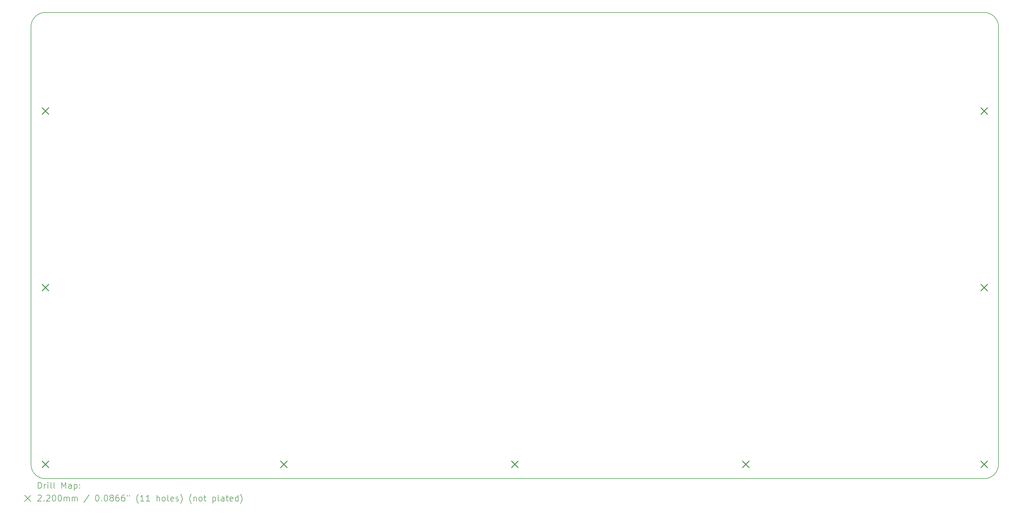
<source format=gbr>
%TF.GenerationSoftware,KiCad,Pcbnew,7.0.2-0*%
%TF.CreationDate,2023-09-13T20:40:29+02:00*%
%TF.ProjectId,storre_base,73746f72-7265-45f6-9261-73652e6b6963,rev?*%
%TF.SameCoordinates,Original*%
%TF.FileFunction,Drillmap*%
%TF.FilePolarity,Positive*%
%FSLAX45Y45*%
G04 Gerber Fmt 4.5, Leading zero omitted, Abs format (unit mm)*
G04 Created by KiCad (PCBNEW 7.0.2-0) date 2023-09-13 20:40:29*
%MOMM*%
%LPD*%
G01*
G04 APERTURE LIST*
%ADD10C,0.150000*%
%ADD11C,0.200000*%
%ADD12C,0.220000*%
G04 APERTURE END LIST*
D10*
X36767700Y-4169630D02*
G75*
G03*
X36290200Y-3692130I-477500J0D01*
G01*
X5252700Y-3692120D02*
G75*
G03*
X4775200Y-4169630I0J-477500D01*
G01*
X36290200Y-19100780D02*
G75*
G03*
X36767700Y-18623280I10J477490D01*
G01*
X36290200Y-3692130D02*
X5252700Y-3692120D01*
X36767700Y-18623280D02*
X36767700Y-4169630D01*
X4775200Y-18623280D02*
X4775200Y-4169630D01*
X4775200Y-18623280D02*
G75*
G03*
X5252700Y-19100780I477500J0D01*
G01*
X36290200Y-19100780D02*
X5252700Y-19100780D01*
D11*
D12*
X5142510Y-6835005D02*
X5362510Y-7055005D01*
X5362510Y-6835005D02*
X5142510Y-7055005D01*
X5142510Y-6835005D02*
X5362510Y-7055005D01*
X5362510Y-6835005D02*
X5142510Y-7055005D01*
X5142510Y-12673780D02*
X5362510Y-12893780D01*
X5362510Y-12673780D02*
X5142510Y-12893780D01*
X5142510Y-18512580D02*
X5362510Y-18732580D01*
X5362510Y-18512580D02*
X5142510Y-18732580D01*
X5142510Y-18512580D02*
X5362510Y-18732580D01*
X5362510Y-18512580D02*
X5142510Y-18732580D01*
X13021260Y-18512580D02*
X13241260Y-18732580D01*
X13241260Y-18512580D02*
X13021260Y-18732580D01*
X20661260Y-18512580D02*
X20881260Y-18732580D01*
X20881260Y-18512580D02*
X20661260Y-18732580D01*
X28301260Y-18512580D02*
X28521260Y-18732580D01*
X28521260Y-18512580D02*
X28301260Y-18732580D01*
X36180010Y-6835005D02*
X36400010Y-7055005D01*
X36400010Y-6835005D02*
X36180010Y-7055005D01*
X36180010Y-12673780D02*
X36400010Y-12893780D01*
X36400010Y-12673780D02*
X36180010Y-12893780D01*
X36180010Y-18512580D02*
X36400010Y-18732580D01*
X36400010Y-18512580D02*
X36180010Y-18732580D01*
D11*
X5015319Y-19420804D02*
X5015319Y-19220804D01*
X5015319Y-19220804D02*
X5062938Y-19220804D01*
X5062938Y-19220804D02*
X5091510Y-19230328D01*
X5091510Y-19230328D02*
X5110557Y-19249375D01*
X5110557Y-19249375D02*
X5120081Y-19268423D01*
X5120081Y-19268423D02*
X5129605Y-19306518D01*
X5129605Y-19306518D02*
X5129605Y-19335090D01*
X5129605Y-19335090D02*
X5120081Y-19373185D01*
X5120081Y-19373185D02*
X5110557Y-19392232D01*
X5110557Y-19392232D02*
X5091510Y-19411280D01*
X5091510Y-19411280D02*
X5062938Y-19420804D01*
X5062938Y-19420804D02*
X5015319Y-19420804D01*
X5215319Y-19420804D02*
X5215319Y-19287470D01*
X5215319Y-19325566D02*
X5224843Y-19306518D01*
X5224843Y-19306518D02*
X5234367Y-19296994D01*
X5234367Y-19296994D02*
X5253414Y-19287470D01*
X5253414Y-19287470D02*
X5272462Y-19287470D01*
X5339129Y-19420804D02*
X5339129Y-19287470D01*
X5339129Y-19220804D02*
X5329605Y-19230328D01*
X5329605Y-19230328D02*
X5339129Y-19239851D01*
X5339129Y-19239851D02*
X5348652Y-19230328D01*
X5348652Y-19230328D02*
X5339129Y-19220804D01*
X5339129Y-19220804D02*
X5339129Y-19239851D01*
X5462938Y-19420804D02*
X5443890Y-19411280D01*
X5443890Y-19411280D02*
X5434367Y-19392232D01*
X5434367Y-19392232D02*
X5434367Y-19220804D01*
X5567700Y-19420804D02*
X5548652Y-19411280D01*
X5548652Y-19411280D02*
X5539129Y-19392232D01*
X5539129Y-19392232D02*
X5539129Y-19220804D01*
X5796271Y-19420804D02*
X5796271Y-19220804D01*
X5796271Y-19220804D02*
X5862938Y-19363661D01*
X5862938Y-19363661D02*
X5929605Y-19220804D01*
X5929605Y-19220804D02*
X5929605Y-19420804D01*
X6110557Y-19420804D02*
X6110557Y-19316042D01*
X6110557Y-19316042D02*
X6101033Y-19296994D01*
X6101033Y-19296994D02*
X6081986Y-19287470D01*
X6081986Y-19287470D02*
X6043890Y-19287470D01*
X6043890Y-19287470D02*
X6024843Y-19296994D01*
X6110557Y-19411280D02*
X6091509Y-19420804D01*
X6091509Y-19420804D02*
X6043890Y-19420804D01*
X6043890Y-19420804D02*
X6024843Y-19411280D01*
X6024843Y-19411280D02*
X6015319Y-19392232D01*
X6015319Y-19392232D02*
X6015319Y-19373185D01*
X6015319Y-19373185D02*
X6024843Y-19354137D01*
X6024843Y-19354137D02*
X6043890Y-19344613D01*
X6043890Y-19344613D02*
X6091509Y-19344613D01*
X6091509Y-19344613D02*
X6110557Y-19335090D01*
X6205795Y-19287470D02*
X6205795Y-19487470D01*
X6205795Y-19296994D02*
X6224843Y-19287470D01*
X6224843Y-19287470D02*
X6262938Y-19287470D01*
X6262938Y-19287470D02*
X6281986Y-19296994D01*
X6281986Y-19296994D02*
X6291509Y-19306518D01*
X6291509Y-19306518D02*
X6301033Y-19325566D01*
X6301033Y-19325566D02*
X6301033Y-19382709D01*
X6301033Y-19382709D02*
X6291509Y-19401756D01*
X6291509Y-19401756D02*
X6281986Y-19411280D01*
X6281986Y-19411280D02*
X6262938Y-19420804D01*
X6262938Y-19420804D02*
X6224843Y-19420804D01*
X6224843Y-19420804D02*
X6205795Y-19411280D01*
X6386748Y-19401756D02*
X6396271Y-19411280D01*
X6396271Y-19411280D02*
X6386748Y-19420804D01*
X6386748Y-19420804D02*
X6377224Y-19411280D01*
X6377224Y-19411280D02*
X6386748Y-19401756D01*
X6386748Y-19401756D02*
X6386748Y-19420804D01*
X6386748Y-19296994D02*
X6396271Y-19306518D01*
X6396271Y-19306518D02*
X6386748Y-19316042D01*
X6386748Y-19316042D02*
X6377224Y-19306518D01*
X6377224Y-19306518D02*
X6386748Y-19296994D01*
X6386748Y-19296994D02*
X6386748Y-19316042D01*
X4567700Y-19648280D02*
X4767700Y-19848280D01*
X4767700Y-19648280D02*
X4567700Y-19848280D01*
X5005795Y-19659851D02*
X5015319Y-19650328D01*
X5015319Y-19650328D02*
X5034367Y-19640804D01*
X5034367Y-19640804D02*
X5081986Y-19640804D01*
X5081986Y-19640804D02*
X5101033Y-19650328D01*
X5101033Y-19650328D02*
X5110557Y-19659851D01*
X5110557Y-19659851D02*
X5120081Y-19678899D01*
X5120081Y-19678899D02*
X5120081Y-19697947D01*
X5120081Y-19697947D02*
X5110557Y-19726518D01*
X5110557Y-19726518D02*
X4996271Y-19840804D01*
X4996271Y-19840804D02*
X5120081Y-19840804D01*
X5205795Y-19821756D02*
X5215319Y-19831280D01*
X5215319Y-19831280D02*
X5205795Y-19840804D01*
X5205795Y-19840804D02*
X5196271Y-19831280D01*
X5196271Y-19831280D02*
X5205795Y-19821756D01*
X5205795Y-19821756D02*
X5205795Y-19840804D01*
X5291510Y-19659851D02*
X5301033Y-19650328D01*
X5301033Y-19650328D02*
X5320081Y-19640804D01*
X5320081Y-19640804D02*
X5367700Y-19640804D01*
X5367700Y-19640804D02*
X5386748Y-19650328D01*
X5386748Y-19650328D02*
X5396271Y-19659851D01*
X5396271Y-19659851D02*
X5405795Y-19678899D01*
X5405795Y-19678899D02*
X5405795Y-19697947D01*
X5405795Y-19697947D02*
X5396271Y-19726518D01*
X5396271Y-19726518D02*
X5281986Y-19840804D01*
X5281986Y-19840804D02*
X5405795Y-19840804D01*
X5529605Y-19640804D02*
X5548652Y-19640804D01*
X5548652Y-19640804D02*
X5567700Y-19650328D01*
X5567700Y-19650328D02*
X5577224Y-19659851D01*
X5577224Y-19659851D02*
X5586748Y-19678899D01*
X5586748Y-19678899D02*
X5596271Y-19716994D01*
X5596271Y-19716994D02*
X5596271Y-19764613D01*
X5596271Y-19764613D02*
X5586748Y-19802709D01*
X5586748Y-19802709D02*
X5577224Y-19821756D01*
X5577224Y-19821756D02*
X5567700Y-19831280D01*
X5567700Y-19831280D02*
X5548652Y-19840804D01*
X5548652Y-19840804D02*
X5529605Y-19840804D01*
X5529605Y-19840804D02*
X5510557Y-19831280D01*
X5510557Y-19831280D02*
X5501033Y-19821756D01*
X5501033Y-19821756D02*
X5491510Y-19802709D01*
X5491510Y-19802709D02*
X5481986Y-19764613D01*
X5481986Y-19764613D02*
X5481986Y-19716994D01*
X5481986Y-19716994D02*
X5491510Y-19678899D01*
X5491510Y-19678899D02*
X5501033Y-19659851D01*
X5501033Y-19659851D02*
X5510557Y-19650328D01*
X5510557Y-19650328D02*
X5529605Y-19640804D01*
X5720081Y-19640804D02*
X5739129Y-19640804D01*
X5739129Y-19640804D02*
X5758176Y-19650328D01*
X5758176Y-19650328D02*
X5767700Y-19659851D01*
X5767700Y-19659851D02*
X5777224Y-19678899D01*
X5777224Y-19678899D02*
X5786748Y-19716994D01*
X5786748Y-19716994D02*
X5786748Y-19764613D01*
X5786748Y-19764613D02*
X5777224Y-19802709D01*
X5777224Y-19802709D02*
X5767700Y-19821756D01*
X5767700Y-19821756D02*
X5758176Y-19831280D01*
X5758176Y-19831280D02*
X5739129Y-19840804D01*
X5739129Y-19840804D02*
X5720081Y-19840804D01*
X5720081Y-19840804D02*
X5701033Y-19831280D01*
X5701033Y-19831280D02*
X5691509Y-19821756D01*
X5691509Y-19821756D02*
X5681986Y-19802709D01*
X5681986Y-19802709D02*
X5672462Y-19764613D01*
X5672462Y-19764613D02*
X5672462Y-19716994D01*
X5672462Y-19716994D02*
X5681986Y-19678899D01*
X5681986Y-19678899D02*
X5691509Y-19659851D01*
X5691509Y-19659851D02*
X5701033Y-19650328D01*
X5701033Y-19650328D02*
X5720081Y-19640804D01*
X5872462Y-19840804D02*
X5872462Y-19707470D01*
X5872462Y-19726518D02*
X5881986Y-19716994D01*
X5881986Y-19716994D02*
X5901033Y-19707470D01*
X5901033Y-19707470D02*
X5929605Y-19707470D01*
X5929605Y-19707470D02*
X5948652Y-19716994D01*
X5948652Y-19716994D02*
X5958176Y-19736042D01*
X5958176Y-19736042D02*
X5958176Y-19840804D01*
X5958176Y-19736042D02*
X5967700Y-19716994D01*
X5967700Y-19716994D02*
X5986748Y-19707470D01*
X5986748Y-19707470D02*
X6015319Y-19707470D01*
X6015319Y-19707470D02*
X6034367Y-19716994D01*
X6034367Y-19716994D02*
X6043890Y-19736042D01*
X6043890Y-19736042D02*
X6043890Y-19840804D01*
X6139129Y-19840804D02*
X6139129Y-19707470D01*
X6139129Y-19726518D02*
X6148652Y-19716994D01*
X6148652Y-19716994D02*
X6167700Y-19707470D01*
X6167700Y-19707470D02*
X6196271Y-19707470D01*
X6196271Y-19707470D02*
X6215319Y-19716994D01*
X6215319Y-19716994D02*
X6224843Y-19736042D01*
X6224843Y-19736042D02*
X6224843Y-19840804D01*
X6224843Y-19736042D02*
X6234367Y-19716994D01*
X6234367Y-19716994D02*
X6253414Y-19707470D01*
X6253414Y-19707470D02*
X6281986Y-19707470D01*
X6281986Y-19707470D02*
X6301033Y-19716994D01*
X6301033Y-19716994D02*
X6310557Y-19736042D01*
X6310557Y-19736042D02*
X6310557Y-19840804D01*
X6701033Y-19631280D02*
X6529605Y-19888423D01*
X6958176Y-19640804D02*
X6977224Y-19640804D01*
X6977224Y-19640804D02*
X6996272Y-19650328D01*
X6996272Y-19650328D02*
X7005795Y-19659851D01*
X7005795Y-19659851D02*
X7015319Y-19678899D01*
X7015319Y-19678899D02*
X7024843Y-19716994D01*
X7024843Y-19716994D02*
X7024843Y-19764613D01*
X7024843Y-19764613D02*
X7015319Y-19802709D01*
X7015319Y-19802709D02*
X7005795Y-19821756D01*
X7005795Y-19821756D02*
X6996272Y-19831280D01*
X6996272Y-19831280D02*
X6977224Y-19840804D01*
X6977224Y-19840804D02*
X6958176Y-19840804D01*
X6958176Y-19840804D02*
X6939129Y-19831280D01*
X6939129Y-19831280D02*
X6929605Y-19821756D01*
X6929605Y-19821756D02*
X6920081Y-19802709D01*
X6920081Y-19802709D02*
X6910557Y-19764613D01*
X6910557Y-19764613D02*
X6910557Y-19716994D01*
X6910557Y-19716994D02*
X6920081Y-19678899D01*
X6920081Y-19678899D02*
X6929605Y-19659851D01*
X6929605Y-19659851D02*
X6939129Y-19650328D01*
X6939129Y-19650328D02*
X6958176Y-19640804D01*
X7110557Y-19821756D02*
X7120081Y-19831280D01*
X7120081Y-19831280D02*
X7110557Y-19840804D01*
X7110557Y-19840804D02*
X7101033Y-19831280D01*
X7101033Y-19831280D02*
X7110557Y-19821756D01*
X7110557Y-19821756D02*
X7110557Y-19840804D01*
X7243891Y-19640804D02*
X7262938Y-19640804D01*
X7262938Y-19640804D02*
X7281986Y-19650328D01*
X7281986Y-19650328D02*
X7291510Y-19659851D01*
X7291510Y-19659851D02*
X7301033Y-19678899D01*
X7301033Y-19678899D02*
X7310557Y-19716994D01*
X7310557Y-19716994D02*
X7310557Y-19764613D01*
X7310557Y-19764613D02*
X7301033Y-19802709D01*
X7301033Y-19802709D02*
X7291510Y-19821756D01*
X7291510Y-19821756D02*
X7281986Y-19831280D01*
X7281986Y-19831280D02*
X7262938Y-19840804D01*
X7262938Y-19840804D02*
X7243891Y-19840804D01*
X7243891Y-19840804D02*
X7224843Y-19831280D01*
X7224843Y-19831280D02*
X7215319Y-19821756D01*
X7215319Y-19821756D02*
X7205795Y-19802709D01*
X7205795Y-19802709D02*
X7196272Y-19764613D01*
X7196272Y-19764613D02*
X7196272Y-19716994D01*
X7196272Y-19716994D02*
X7205795Y-19678899D01*
X7205795Y-19678899D02*
X7215319Y-19659851D01*
X7215319Y-19659851D02*
X7224843Y-19650328D01*
X7224843Y-19650328D02*
X7243891Y-19640804D01*
X7424843Y-19726518D02*
X7405795Y-19716994D01*
X7405795Y-19716994D02*
X7396272Y-19707470D01*
X7396272Y-19707470D02*
X7386748Y-19688423D01*
X7386748Y-19688423D02*
X7386748Y-19678899D01*
X7386748Y-19678899D02*
X7396272Y-19659851D01*
X7396272Y-19659851D02*
X7405795Y-19650328D01*
X7405795Y-19650328D02*
X7424843Y-19640804D01*
X7424843Y-19640804D02*
X7462938Y-19640804D01*
X7462938Y-19640804D02*
X7481986Y-19650328D01*
X7481986Y-19650328D02*
X7491510Y-19659851D01*
X7491510Y-19659851D02*
X7501033Y-19678899D01*
X7501033Y-19678899D02*
X7501033Y-19688423D01*
X7501033Y-19688423D02*
X7491510Y-19707470D01*
X7491510Y-19707470D02*
X7481986Y-19716994D01*
X7481986Y-19716994D02*
X7462938Y-19726518D01*
X7462938Y-19726518D02*
X7424843Y-19726518D01*
X7424843Y-19726518D02*
X7405795Y-19736042D01*
X7405795Y-19736042D02*
X7396272Y-19745566D01*
X7396272Y-19745566D02*
X7386748Y-19764613D01*
X7386748Y-19764613D02*
X7386748Y-19802709D01*
X7386748Y-19802709D02*
X7396272Y-19821756D01*
X7396272Y-19821756D02*
X7405795Y-19831280D01*
X7405795Y-19831280D02*
X7424843Y-19840804D01*
X7424843Y-19840804D02*
X7462938Y-19840804D01*
X7462938Y-19840804D02*
X7481986Y-19831280D01*
X7481986Y-19831280D02*
X7491510Y-19821756D01*
X7491510Y-19821756D02*
X7501033Y-19802709D01*
X7501033Y-19802709D02*
X7501033Y-19764613D01*
X7501033Y-19764613D02*
X7491510Y-19745566D01*
X7491510Y-19745566D02*
X7481986Y-19736042D01*
X7481986Y-19736042D02*
X7462938Y-19726518D01*
X7672462Y-19640804D02*
X7634367Y-19640804D01*
X7634367Y-19640804D02*
X7615319Y-19650328D01*
X7615319Y-19650328D02*
X7605795Y-19659851D01*
X7605795Y-19659851D02*
X7586748Y-19688423D01*
X7586748Y-19688423D02*
X7577224Y-19726518D01*
X7577224Y-19726518D02*
X7577224Y-19802709D01*
X7577224Y-19802709D02*
X7586748Y-19821756D01*
X7586748Y-19821756D02*
X7596272Y-19831280D01*
X7596272Y-19831280D02*
X7615319Y-19840804D01*
X7615319Y-19840804D02*
X7653414Y-19840804D01*
X7653414Y-19840804D02*
X7672462Y-19831280D01*
X7672462Y-19831280D02*
X7681986Y-19821756D01*
X7681986Y-19821756D02*
X7691510Y-19802709D01*
X7691510Y-19802709D02*
X7691510Y-19755090D01*
X7691510Y-19755090D02*
X7681986Y-19736042D01*
X7681986Y-19736042D02*
X7672462Y-19726518D01*
X7672462Y-19726518D02*
X7653414Y-19716994D01*
X7653414Y-19716994D02*
X7615319Y-19716994D01*
X7615319Y-19716994D02*
X7596272Y-19726518D01*
X7596272Y-19726518D02*
X7586748Y-19736042D01*
X7586748Y-19736042D02*
X7577224Y-19755090D01*
X7862938Y-19640804D02*
X7824843Y-19640804D01*
X7824843Y-19640804D02*
X7805795Y-19650328D01*
X7805795Y-19650328D02*
X7796272Y-19659851D01*
X7796272Y-19659851D02*
X7777224Y-19688423D01*
X7777224Y-19688423D02*
X7767700Y-19726518D01*
X7767700Y-19726518D02*
X7767700Y-19802709D01*
X7767700Y-19802709D02*
X7777224Y-19821756D01*
X7777224Y-19821756D02*
X7786748Y-19831280D01*
X7786748Y-19831280D02*
X7805795Y-19840804D01*
X7805795Y-19840804D02*
X7843891Y-19840804D01*
X7843891Y-19840804D02*
X7862938Y-19831280D01*
X7862938Y-19831280D02*
X7872462Y-19821756D01*
X7872462Y-19821756D02*
X7881986Y-19802709D01*
X7881986Y-19802709D02*
X7881986Y-19755090D01*
X7881986Y-19755090D02*
X7872462Y-19736042D01*
X7872462Y-19736042D02*
X7862938Y-19726518D01*
X7862938Y-19726518D02*
X7843891Y-19716994D01*
X7843891Y-19716994D02*
X7805795Y-19716994D01*
X7805795Y-19716994D02*
X7786748Y-19726518D01*
X7786748Y-19726518D02*
X7777224Y-19736042D01*
X7777224Y-19736042D02*
X7767700Y-19755090D01*
X7958176Y-19640804D02*
X7958176Y-19678899D01*
X8034367Y-19640804D02*
X8034367Y-19678899D01*
X8329605Y-19916994D02*
X8320081Y-19907470D01*
X8320081Y-19907470D02*
X8301034Y-19878899D01*
X8301034Y-19878899D02*
X8291510Y-19859851D01*
X8291510Y-19859851D02*
X8281986Y-19831280D01*
X8281986Y-19831280D02*
X8272462Y-19783661D01*
X8272462Y-19783661D02*
X8272462Y-19745566D01*
X8272462Y-19745566D02*
X8281986Y-19697947D01*
X8281986Y-19697947D02*
X8291510Y-19669375D01*
X8291510Y-19669375D02*
X8301034Y-19650328D01*
X8301034Y-19650328D02*
X8320081Y-19621756D01*
X8320081Y-19621756D02*
X8329605Y-19612232D01*
X8510557Y-19840804D02*
X8396272Y-19840804D01*
X8453415Y-19840804D02*
X8453415Y-19640804D01*
X8453415Y-19640804D02*
X8434367Y-19669375D01*
X8434367Y-19669375D02*
X8415319Y-19688423D01*
X8415319Y-19688423D02*
X8396272Y-19697947D01*
X8701034Y-19840804D02*
X8586748Y-19840804D01*
X8643891Y-19840804D02*
X8643891Y-19640804D01*
X8643891Y-19640804D02*
X8624843Y-19669375D01*
X8624843Y-19669375D02*
X8605796Y-19688423D01*
X8605796Y-19688423D02*
X8586748Y-19697947D01*
X8939129Y-19840804D02*
X8939129Y-19640804D01*
X9024843Y-19840804D02*
X9024843Y-19736042D01*
X9024843Y-19736042D02*
X9015319Y-19716994D01*
X9015319Y-19716994D02*
X8996272Y-19707470D01*
X8996272Y-19707470D02*
X8967700Y-19707470D01*
X8967700Y-19707470D02*
X8948653Y-19716994D01*
X8948653Y-19716994D02*
X8939129Y-19726518D01*
X9148653Y-19840804D02*
X9129605Y-19831280D01*
X9129605Y-19831280D02*
X9120081Y-19821756D01*
X9120081Y-19821756D02*
X9110558Y-19802709D01*
X9110558Y-19802709D02*
X9110558Y-19745566D01*
X9110558Y-19745566D02*
X9120081Y-19726518D01*
X9120081Y-19726518D02*
X9129605Y-19716994D01*
X9129605Y-19716994D02*
X9148653Y-19707470D01*
X9148653Y-19707470D02*
X9177224Y-19707470D01*
X9177224Y-19707470D02*
X9196272Y-19716994D01*
X9196272Y-19716994D02*
X9205796Y-19726518D01*
X9205796Y-19726518D02*
X9215319Y-19745566D01*
X9215319Y-19745566D02*
X9215319Y-19802709D01*
X9215319Y-19802709D02*
X9205796Y-19821756D01*
X9205796Y-19821756D02*
X9196272Y-19831280D01*
X9196272Y-19831280D02*
X9177224Y-19840804D01*
X9177224Y-19840804D02*
X9148653Y-19840804D01*
X9329605Y-19840804D02*
X9310558Y-19831280D01*
X9310558Y-19831280D02*
X9301034Y-19812232D01*
X9301034Y-19812232D02*
X9301034Y-19640804D01*
X9481986Y-19831280D02*
X9462939Y-19840804D01*
X9462939Y-19840804D02*
X9424843Y-19840804D01*
X9424843Y-19840804D02*
X9405796Y-19831280D01*
X9405796Y-19831280D02*
X9396272Y-19812232D01*
X9396272Y-19812232D02*
X9396272Y-19736042D01*
X9396272Y-19736042D02*
X9405796Y-19716994D01*
X9405796Y-19716994D02*
X9424843Y-19707470D01*
X9424843Y-19707470D02*
X9462939Y-19707470D01*
X9462939Y-19707470D02*
X9481986Y-19716994D01*
X9481986Y-19716994D02*
X9491510Y-19736042D01*
X9491510Y-19736042D02*
X9491510Y-19755090D01*
X9491510Y-19755090D02*
X9396272Y-19774137D01*
X9567700Y-19831280D02*
X9586748Y-19840804D01*
X9586748Y-19840804D02*
X9624843Y-19840804D01*
X9624843Y-19840804D02*
X9643891Y-19831280D01*
X9643891Y-19831280D02*
X9653415Y-19812232D01*
X9653415Y-19812232D02*
X9653415Y-19802709D01*
X9653415Y-19802709D02*
X9643891Y-19783661D01*
X9643891Y-19783661D02*
X9624843Y-19774137D01*
X9624843Y-19774137D02*
X9596272Y-19774137D01*
X9596272Y-19774137D02*
X9577224Y-19764613D01*
X9577224Y-19764613D02*
X9567700Y-19745566D01*
X9567700Y-19745566D02*
X9567700Y-19736042D01*
X9567700Y-19736042D02*
X9577224Y-19716994D01*
X9577224Y-19716994D02*
X9596272Y-19707470D01*
X9596272Y-19707470D02*
X9624843Y-19707470D01*
X9624843Y-19707470D02*
X9643891Y-19716994D01*
X9720081Y-19916994D02*
X9729605Y-19907470D01*
X9729605Y-19907470D02*
X9748653Y-19878899D01*
X9748653Y-19878899D02*
X9758177Y-19859851D01*
X9758177Y-19859851D02*
X9767700Y-19831280D01*
X9767700Y-19831280D02*
X9777224Y-19783661D01*
X9777224Y-19783661D02*
X9777224Y-19745566D01*
X9777224Y-19745566D02*
X9767700Y-19697947D01*
X9767700Y-19697947D02*
X9758177Y-19669375D01*
X9758177Y-19669375D02*
X9748653Y-19650328D01*
X9748653Y-19650328D02*
X9729605Y-19621756D01*
X9729605Y-19621756D02*
X9720081Y-19612232D01*
X10081986Y-19916994D02*
X10072462Y-19907470D01*
X10072462Y-19907470D02*
X10053415Y-19878899D01*
X10053415Y-19878899D02*
X10043891Y-19859851D01*
X10043891Y-19859851D02*
X10034367Y-19831280D01*
X10034367Y-19831280D02*
X10024843Y-19783661D01*
X10024843Y-19783661D02*
X10024843Y-19745566D01*
X10024843Y-19745566D02*
X10034367Y-19697947D01*
X10034367Y-19697947D02*
X10043891Y-19669375D01*
X10043891Y-19669375D02*
X10053415Y-19650328D01*
X10053415Y-19650328D02*
X10072462Y-19621756D01*
X10072462Y-19621756D02*
X10081986Y-19612232D01*
X10158177Y-19707470D02*
X10158177Y-19840804D01*
X10158177Y-19726518D02*
X10167700Y-19716994D01*
X10167700Y-19716994D02*
X10186748Y-19707470D01*
X10186748Y-19707470D02*
X10215320Y-19707470D01*
X10215320Y-19707470D02*
X10234367Y-19716994D01*
X10234367Y-19716994D02*
X10243891Y-19736042D01*
X10243891Y-19736042D02*
X10243891Y-19840804D01*
X10367700Y-19840804D02*
X10348653Y-19831280D01*
X10348653Y-19831280D02*
X10339129Y-19821756D01*
X10339129Y-19821756D02*
X10329605Y-19802709D01*
X10329605Y-19802709D02*
X10329605Y-19745566D01*
X10329605Y-19745566D02*
X10339129Y-19726518D01*
X10339129Y-19726518D02*
X10348653Y-19716994D01*
X10348653Y-19716994D02*
X10367700Y-19707470D01*
X10367700Y-19707470D02*
X10396272Y-19707470D01*
X10396272Y-19707470D02*
X10415320Y-19716994D01*
X10415320Y-19716994D02*
X10424843Y-19726518D01*
X10424843Y-19726518D02*
X10434367Y-19745566D01*
X10434367Y-19745566D02*
X10434367Y-19802709D01*
X10434367Y-19802709D02*
X10424843Y-19821756D01*
X10424843Y-19821756D02*
X10415320Y-19831280D01*
X10415320Y-19831280D02*
X10396272Y-19840804D01*
X10396272Y-19840804D02*
X10367700Y-19840804D01*
X10491510Y-19707470D02*
X10567700Y-19707470D01*
X10520081Y-19640804D02*
X10520081Y-19812232D01*
X10520081Y-19812232D02*
X10529605Y-19831280D01*
X10529605Y-19831280D02*
X10548653Y-19840804D01*
X10548653Y-19840804D02*
X10567700Y-19840804D01*
X10786748Y-19707470D02*
X10786748Y-19907470D01*
X10786748Y-19716994D02*
X10805796Y-19707470D01*
X10805796Y-19707470D02*
X10843891Y-19707470D01*
X10843891Y-19707470D02*
X10862939Y-19716994D01*
X10862939Y-19716994D02*
X10872462Y-19726518D01*
X10872462Y-19726518D02*
X10881986Y-19745566D01*
X10881986Y-19745566D02*
X10881986Y-19802709D01*
X10881986Y-19802709D02*
X10872462Y-19821756D01*
X10872462Y-19821756D02*
X10862939Y-19831280D01*
X10862939Y-19831280D02*
X10843891Y-19840804D01*
X10843891Y-19840804D02*
X10805796Y-19840804D01*
X10805796Y-19840804D02*
X10786748Y-19831280D01*
X10996272Y-19840804D02*
X10977224Y-19831280D01*
X10977224Y-19831280D02*
X10967701Y-19812232D01*
X10967701Y-19812232D02*
X10967701Y-19640804D01*
X11158177Y-19840804D02*
X11158177Y-19736042D01*
X11158177Y-19736042D02*
X11148653Y-19716994D01*
X11148653Y-19716994D02*
X11129605Y-19707470D01*
X11129605Y-19707470D02*
X11091510Y-19707470D01*
X11091510Y-19707470D02*
X11072462Y-19716994D01*
X11158177Y-19831280D02*
X11139129Y-19840804D01*
X11139129Y-19840804D02*
X11091510Y-19840804D01*
X11091510Y-19840804D02*
X11072462Y-19831280D01*
X11072462Y-19831280D02*
X11062939Y-19812232D01*
X11062939Y-19812232D02*
X11062939Y-19793185D01*
X11062939Y-19793185D02*
X11072462Y-19774137D01*
X11072462Y-19774137D02*
X11091510Y-19764613D01*
X11091510Y-19764613D02*
X11139129Y-19764613D01*
X11139129Y-19764613D02*
X11158177Y-19755090D01*
X11224843Y-19707470D02*
X11301034Y-19707470D01*
X11253415Y-19640804D02*
X11253415Y-19812232D01*
X11253415Y-19812232D02*
X11262939Y-19831280D01*
X11262939Y-19831280D02*
X11281986Y-19840804D01*
X11281986Y-19840804D02*
X11301034Y-19840804D01*
X11443891Y-19831280D02*
X11424843Y-19840804D01*
X11424843Y-19840804D02*
X11386748Y-19840804D01*
X11386748Y-19840804D02*
X11367700Y-19831280D01*
X11367700Y-19831280D02*
X11358177Y-19812232D01*
X11358177Y-19812232D02*
X11358177Y-19736042D01*
X11358177Y-19736042D02*
X11367700Y-19716994D01*
X11367700Y-19716994D02*
X11386748Y-19707470D01*
X11386748Y-19707470D02*
X11424843Y-19707470D01*
X11424843Y-19707470D02*
X11443891Y-19716994D01*
X11443891Y-19716994D02*
X11453415Y-19736042D01*
X11453415Y-19736042D02*
X11453415Y-19755090D01*
X11453415Y-19755090D02*
X11358177Y-19774137D01*
X11624843Y-19840804D02*
X11624843Y-19640804D01*
X11624843Y-19831280D02*
X11605796Y-19840804D01*
X11605796Y-19840804D02*
X11567700Y-19840804D01*
X11567700Y-19840804D02*
X11548653Y-19831280D01*
X11548653Y-19831280D02*
X11539129Y-19821756D01*
X11539129Y-19821756D02*
X11529605Y-19802709D01*
X11529605Y-19802709D02*
X11529605Y-19745566D01*
X11529605Y-19745566D02*
X11539129Y-19726518D01*
X11539129Y-19726518D02*
X11548653Y-19716994D01*
X11548653Y-19716994D02*
X11567700Y-19707470D01*
X11567700Y-19707470D02*
X11605796Y-19707470D01*
X11605796Y-19707470D02*
X11624843Y-19716994D01*
X11701034Y-19916994D02*
X11710558Y-19907470D01*
X11710558Y-19907470D02*
X11729605Y-19878899D01*
X11729605Y-19878899D02*
X11739129Y-19859851D01*
X11739129Y-19859851D02*
X11748653Y-19831280D01*
X11748653Y-19831280D02*
X11758177Y-19783661D01*
X11758177Y-19783661D02*
X11758177Y-19745566D01*
X11758177Y-19745566D02*
X11748653Y-19697947D01*
X11748653Y-19697947D02*
X11739129Y-19669375D01*
X11739129Y-19669375D02*
X11729605Y-19650328D01*
X11729605Y-19650328D02*
X11710558Y-19621756D01*
X11710558Y-19621756D02*
X11701034Y-19612232D01*
M02*

</source>
